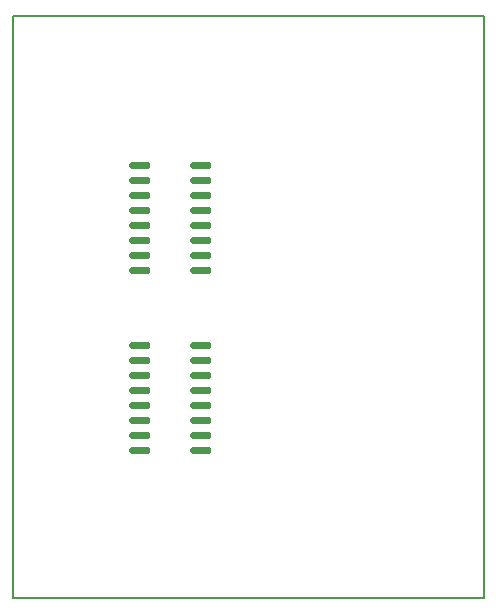
<source format=gbr>
%TF.GenerationSoftware,KiCad,Pcbnew,(5.1.10)-1*%
%TF.CreationDate,2021-09-07T21:02:14-03:00*%
%TF.ProjectId,SSC,5353432e-6b69-4636-9164-5f7063625858,rev?*%
%TF.SameCoordinates,Original*%
%TF.FileFunction,Paste,Top*%
%TF.FilePolarity,Positive*%
%FSLAX46Y46*%
G04 Gerber Fmt 4.6, Leading zero omitted, Abs format (unit mm)*
G04 Created by KiCad (PCBNEW (5.1.10)-1) date 2021-09-07 21:02:14*
%MOMM*%
%LPD*%
G01*
G04 APERTURE LIST*
%TA.AperFunction,Profile*%
%ADD10C,0.150000*%
%TD*%
G04 APERTURE END LIST*
D10*
X154178000Y-40640000D02*
X114300000Y-40640000D01*
X154178000Y-89916000D02*
X154178000Y-40640000D01*
X114300000Y-89916000D02*
X154178000Y-89916000D01*
X114300000Y-89408000D02*
X114300000Y-89916000D01*
X114300000Y-40640000D02*
X114300000Y-89408000D01*
%TO.C,U2*%
G36*
G01*
X125935000Y-77320000D02*
X125935000Y-77620000D01*
G75*
G02*
X125785000Y-77770000I-150000J0D01*
G01*
X124335000Y-77770000D01*
G75*
G02*
X124185000Y-77620000I0J150000D01*
G01*
X124185000Y-77320000D01*
G75*
G02*
X124335000Y-77170000I150000J0D01*
G01*
X125785000Y-77170000D01*
G75*
G02*
X125935000Y-77320000I0J-150000D01*
G01*
G37*
G36*
G01*
X125935000Y-76050000D02*
X125935000Y-76350000D01*
G75*
G02*
X125785000Y-76500000I-150000J0D01*
G01*
X124335000Y-76500000D01*
G75*
G02*
X124185000Y-76350000I0J150000D01*
G01*
X124185000Y-76050000D01*
G75*
G02*
X124335000Y-75900000I150000J0D01*
G01*
X125785000Y-75900000D01*
G75*
G02*
X125935000Y-76050000I0J-150000D01*
G01*
G37*
G36*
G01*
X125935000Y-74780000D02*
X125935000Y-75080000D01*
G75*
G02*
X125785000Y-75230000I-150000J0D01*
G01*
X124335000Y-75230000D01*
G75*
G02*
X124185000Y-75080000I0J150000D01*
G01*
X124185000Y-74780000D01*
G75*
G02*
X124335000Y-74630000I150000J0D01*
G01*
X125785000Y-74630000D01*
G75*
G02*
X125935000Y-74780000I0J-150000D01*
G01*
G37*
G36*
G01*
X125935000Y-73510000D02*
X125935000Y-73810000D01*
G75*
G02*
X125785000Y-73960000I-150000J0D01*
G01*
X124335000Y-73960000D01*
G75*
G02*
X124185000Y-73810000I0J150000D01*
G01*
X124185000Y-73510000D01*
G75*
G02*
X124335000Y-73360000I150000J0D01*
G01*
X125785000Y-73360000D01*
G75*
G02*
X125935000Y-73510000I0J-150000D01*
G01*
G37*
G36*
G01*
X125935000Y-72240000D02*
X125935000Y-72540000D01*
G75*
G02*
X125785000Y-72690000I-150000J0D01*
G01*
X124335000Y-72690000D01*
G75*
G02*
X124185000Y-72540000I0J150000D01*
G01*
X124185000Y-72240000D01*
G75*
G02*
X124335000Y-72090000I150000J0D01*
G01*
X125785000Y-72090000D01*
G75*
G02*
X125935000Y-72240000I0J-150000D01*
G01*
G37*
G36*
G01*
X125935000Y-70970000D02*
X125935000Y-71270000D01*
G75*
G02*
X125785000Y-71420000I-150000J0D01*
G01*
X124335000Y-71420000D01*
G75*
G02*
X124185000Y-71270000I0J150000D01*
G01*
X124185000Y-70970000D01*
G75*
G02*
X124335000Y-70820000I150000J0D01*
G01*
X125785000Y-70820000D01*
G75*
G02*
X125935000Y-70970000I0J-150000D01*
G01*
G37*
G36*
G01*
X125935000Y-69700000D02*
X125935000Y-70000000D01*
G75*
G02*
X125785000Y-70150000I-150000J0D01*
G01*
X124335000Y-70150000D01*
G75*
G02*
X124185000Y-70000000I0J150000D01*
G01*
X124185000Y-69700000D01*
G75*
G02*
X124335000Y-69550000I150000J0D01*
G01*
X125785000Y-69550000D01*
G75*
G02*
X125935000Y-69700000I0J-150000D01*
G01*
G37*
G36*
G01*
X125935000Y-68430000D02*
X125935000Y-68730000D01*
G75*
G02*
X125785000Y-68880000I-150000J0D01*
G01*
X124335000Y-68880000D01*
G75*
G02*
X124185000Y-68730000I0J150000D01*
G01*
X124185000Y-68430000D01*
G75*
G02*
X124335000Y-68280000I150000J0D01*
G01*
X125785000Y-68280000D01*
G75*
G02*
X125935000Y-68430000I0J-150000D01*
G01*
G37*
G36*
G01*
X131085000Y-68430000D02*
X131085000Y-68730000D01*
G75*
G02*
X130935000Y-68880000I-150000J0D01*
G01*
X129485000Y-68880000D01*
G75*
G02*
X129335000Y-68730000I0J150000D01*
G01*
X129335000Y-68430000D01*
G75*
G02*
X129485000Y-68280000I150000J0D01*
G01*
X130935000Y-68280000D01*
G75*
G02*
X131085000Y-68430000I0J-150000D01*
G01*
G37*
G36*
G01*
X131085000Y-69700000D02*
X131085000Y-70000000D01*
G75*
G02*
X130935000Y-70150000I-150000J0D01*
G01*
X129485000Y-70150000D01*
G75*
G02*
X129335000Y-70000000I0J150000D01*
G01*
X129335000Y-69700000D01*
G75*
G02*
X129485000Y-69550000I150000J0D01*
G01*
X130935000Y-69550000D01*
G75*
G02*
X131085000Y-69700000I0J-150000D01*
G01*
G37*
G36*
G01*
X131085000Y-70970000D02*
X131085000Y-71270000D01*
G75*
G02*
X130935000Y-71420000I-150000J0D01*
G01*
X129485000Y-71420000D01*
G75*
G02*
X129335000Y-71270000I0J150000D01*
G01*
X129335000Y-70970000D01*
G75*
G02*
X129485000Y-70820000I150000J0D01*
G01*
X130935000Y-70820000D01*
G75*
G02*
X131085000Y-70970000I0J-150000D01*
G01*
G37*
G36*
G01*
X131085000Y-72240000D02*
X131085000Y-72540000D01*
G75*
G02*
X130935000Y-72690000I-150000J0D01*
G01*
X129485000Y-72690000D01*
G75*
G02*
X129335000Y-72540000I0J150000D01*
G01*
X129335000Y-72240000D01*
G75*
G02*
X129485000Y-72090000I150000J0D01*
G01*
X130935000Y-72090000D01*
G75*
G02*
X131085000Y-72240000I0J-150000D01*
G01*
G37*
G36*
G01*
X131085000Y-73510000D02*
X131085000Y-73810000D01*
G75*
G02*
X130935000Y-73960000I-150000J0D01*
G01*
X129485000Y-73960000D01*
G75*
G02*
X129335000Y-73810000I0J150000D01*
G01*
X129335000Y-73510000D01*
G75*
G02*
X129485000Y-73360000I150000J0D01*
G01*
X130935000Y-73360000D01*
G75*
G02*
X131085000Y-73510000I0J-150000D01*
G01*
G37*
G36*
G01*
X131085000Y-74780000D02*
X131085000Y-75080000D01*
G75*
G02*
X130935000Y-75230000I-150000J0D01*
G01*
X129485000Y-75230000D01*
G75*
G02*
X129335000Y-75080000I0J150000D01*
G01*
X129335000Y-74780000D01*
G75*
G02*
X129485000Y-74630000I150000J0D01*
G01*
X130935000Y-74630000D01*
G75*
G02*
X131085000Y-74780000I0J-150000D01*
G01*
G37*
G36*
G01*
X131085000Y-76050000D02*
X131085000Y-76350000D01*
G75*
G02*
X130935000Y-76500000I-150000J0D01*
G01*
X129485000Y-76500000D01*
G75*
G02*
X129335000Y-76350000I0J150000D01*
G01*
X129335000Y-76050000D01*
G75*
G02*
X129485000Y-75900000I150000J0D01*
G01*
X130935000Y-75900000D01*
G75*
G02*
X131085000Y-76050000I0J-150000D01*
G01*
G37*
G36*
G01*
X131085000Y-77320000D02*
X131085000Y-77620000D01*
G75*
G02*
X130935000Y-77770000I-150000J0D01*
G01*
X129485000Y-77770000D01*
G75*
G02*
X129335000Y-77620000I0J150000D01*
G01*
X129335000Y-77320000D01*
G75*
G02*
X129485000Y-77170000I150000J0D01*
G01*
X130935000Y-77170000D01*
G75*
G02*
X131085000Y-77320000I0J-150000D01*
G01*
G37*
%TD*%
%TO.C,U1*%
G36*
G01*
X129335000Y-53490000D02*
X129335000Y-53190000D01*
G75*
G02*
X129485000Y-53040000I150000J0D01*
G01*
X130935000Y-53040000D01*
G75*
G02*
X131085000Y-53190000I0J-150000D01*
G01*
X131085000Y-53490000D01*
G75*
G02*
X130935000Y-53640000I-150000J0D01*
G01*
X129485000Y-53640000D01*
G75*
G02*
X129335000Y-53490000I0J150000D01*
G01*
G37*
G36*
G01*
X129335000Y-54760000D02*
X129335000Y-54460000D01*
G75*
G02*
X129485000Y-54310000I150000J0D01*
G01*
X130935000Y-54310000D01*
G75*
G02*
X131085000Y-54460000I0J-150000D01*
G01*
X131085000Y-54760000D01*
G75*
G02*
X130935000Y-54910000I-150000J0D01*
G01*
X129485000Y-54910000D01*
G75*
G02*
X129335000Y-54760000I0J150000D01*
G01*
G37*
G36*
G01*
X129335000Y-56030000D02*
X129335000Y-55730000D01*
G75*
G02*
X129485000Y-55580000I150000J0D01*
G01*
X130935000Y-55580000D01*
G75*
G02*
X131085000Y-55730000I0J-150000D01*
G01*
X131085000Y-56030000D01*
G75*
G02*
X130935000Y-56180000I-150000J0D01*
G01*
X129485000Y-56180000D01*
G75*
G02*
X129335000Y-56030000I0J150000D01*
G01*
G37*
G36*
G01*
X129335000Y-57300000D02*
X129335000Y-57000000D01*
G75*
G02*
X129485000Y-56850000I150000J0D01*
G01*
X130935000Y-56850000D01*
G75*
G02*
X131085000Y-57000000I0J-150000D01*
G01*
X131085000Y-57300000D01*
G75*
G02*
X130935000Y-57450000I-150000J0D01*
G01*
X129485000Y-57450000D01*
G75*
G02*
X129335000Y-57300000I0J150000D01*
G01*
G37*
G36*
G01*
X129335000Y-58570000D02*
X129335000Y-58270000D01*
G75*
G02*
X129485000Y-58120000I150000J0D01*
G01*
X130935000Y-58120000D01*
G75*
G02*
X131085000Y-58270000I0J-150000D01*
G01*
X131085000Y-58570000D01*
G75*
G02*
X130935000Y-58720000I-150000J0D01*
G01*
X129485000Y-58720000D01*
G75*
G02*
X129335000Y-58570000I0J150000D01*
G01*
G37*
G36*
G01*
X129335000Y-59840000D02*
X129335000Y-59540000D01*
G75*
G02*
X129485000Y-59390000I150000J0D01*
G01*
X130935000Y-59390000D01*
G75*
G02*
X131085000Y-59540000I0J-150000D01*
G01*
X131085000Y-59840000D01*
G75*
G02*
X130935000Y-59990000I-150000J0D01*
G01*
X129485000Y-59990000D01*
G75*
G02*
X129335000Y-59840000I0J150000D01*
G01*
G37*
G36*
G01*
X129335000Y-61110000D02*
X129335000Y-60810000D01*
G75*
G02*
X129485000Y-60660000I150000J0D01*
G01*
X130935000Y-60660000D01*
G75*
G02*
X131085000Y-60810000I0J-150000D01*
G01*
X131085000Y-61110000D01*
G75*
G02*
X130935000Y-61260000I-150000J0D01*
G01*
X129485000Y-61260000D01*
G75*
G02*
X129335000Y-61110000I0J150000D01*
G01*
G37*
G36*
G01*
X129335000Y-62380000D02*
X129335000Y-62080000D01*
G75*
G02*
X129485000Y-61930000I150000J0D01*
G01*
X130935000Y-61930000D01*
G75*
G02*
X131085000Y-62080000I0J-150000D01*
G01*
X131085000Y-62380000D01*
G75*
G02*
X130935000Y-62530000I-150000J0D01*
G01*
X129485000Y-62530000D01*
G75*
G02*
X129335000Y-62380000I0J150000D01*
G01*
G37*
G36*
G01*
X124185000Y-62380000D02*
X124185000Y-62080000D01*
G75*
G02*
X124335000Y-61930000I150000J0D01*
G01*
X125785000Y-61930000D01*
G75*
G02*
X125935000Y-62080000I0J-150000D01*
G01*
X125935000Y-62380000D01*
G75*
G02*
X125785000Y-62530000I-150000J0D01*
G01*
X124335000Y-62530000D01*
G75*
G02*
X124185000Y-62380000I0J150000D01*
G01*
G37*
G36*
G01*
X124185000Y-61110000D02*
X124185000Y-60810000D01*
G75*
G02*
X124335000Y-60660000I150000J0D01*
G01*
X125785000Y-60660000D01*
G75*
G02*
X125935000Y-60810000I0J-150000D01*
G01*
X125935000Y-61110000D01*
G75*
G02*
X125785000Y-61260000I-150000J0D01*
G01*
X124335000Y-61260000D01*
G75*
G02*
X124185000Y-61110000I0J150000D01*
G01*
G37*
G36*
G01*
X124185000Y-59840000D02*
X124185000Y-59540000D01*
G75*
G02*
X124335000Y-59390000I150000J0D01*
G01*
X125785000Y-59390000D01*
G75*
G02*
X125935000Y-59540000I0J-150000D01*
G01*
X125935000Y-59840000D01*
G75*
G02*
X125785000Y-59990000I-150000J0D01*
G01*
X124335000Y-59990000D01*
G75*
G02*
X124185000Y-59840000I0J150000D01*
G01*
G37*
G36*
G01*
X124185000Y-58570000D02*
X124185000Y-58270000D01*
G75*
G02*
X124335000Y-58120000I150000J0D01*
G01*
X125785000Y-58120000D01*
G75*
G02*
X125935000Y-58270000I0J-150000D01*
G01*
X125935000Y-58570000D01*
G75*
G02*
X125785000Y-58720000I-150000J0D01*
G01*
X124335000Y-58720000D01*
G75*
G02*
X124185000Y-58570000I0J150000D01*
G01*
G37*
G36*
G01*
X124185000Y-57300000D02*
X124185000Y-57000000D01*
G75*
G02*
X124335000Y-56850000I150000J0D01*
G01*
X125785000Y-56850000D01*
G75*
G02*
X125935000Y-57000000I0J-150000D01*
G01*
X125935000Y-57300000D01*
G75*
G02*
X125785000Y-57450000I-150000J0D01*
G01*
X124335000Y-57450000D01*
G75*
G02*
X124185000Y-57300000I0J150000D01*
G01*
G37*
G36*
G01*
X124185000Y-56030000D02*
X124185000Y-55730000D01*
G75*
G02*
X124335000Y-55580000I150000J0D01*
G01*
X125785000Y-55580000D01*
G75*
G02*
X125935000Y-55730000I0J-150000D01*
G01*
X125935000Y-56030000D01*
G75*
G02*
X125785000Y-56180000I-150000J0D01*
G01*
X124335000Y-56180000D01*
G75*
G02*
X124185000Y-56030000I0J150000D01*
G01*
G37*
G36*
G01*
X124185000Y-54760000D02*
X124185000Y-54460000D01*
G75*
G02*
X124335000Y-54310000I150000J0D01*
G01*
X125785000Y-54310000D01*
G75*
G02*
X125935000Y-54460000I0J-150000D01*
G01*
X125935000Y-54760000D01*
G75*
G02*
X125785000Y-54910000I-150000J0D01*
G01*
X124335000Y-54910000D01*
G75*
G02*
X124185000Y-54760000I0J150000D01*
G01*
G37*
G36*
G01*
X124185000Y-53490000D02*
X124185000Y-53190000D01*
G75*
G02*
X124335000Y-53040000I150000J0D01*
G01*
X125785000Y-53040000D01*
G75*
G02*
X125935000Y-53190000I0J-150000D01*
G01*
X125935000Y-53490000D01*
G75*
G02*
X125785000Y-53640000I-150000J0D01*
G01*
X124335000Y-53640000D01*
G75*
G02*
X124185000Y-53490000I0J150000D01*
G01*
G37*
%TD*%
M02*

</source>
